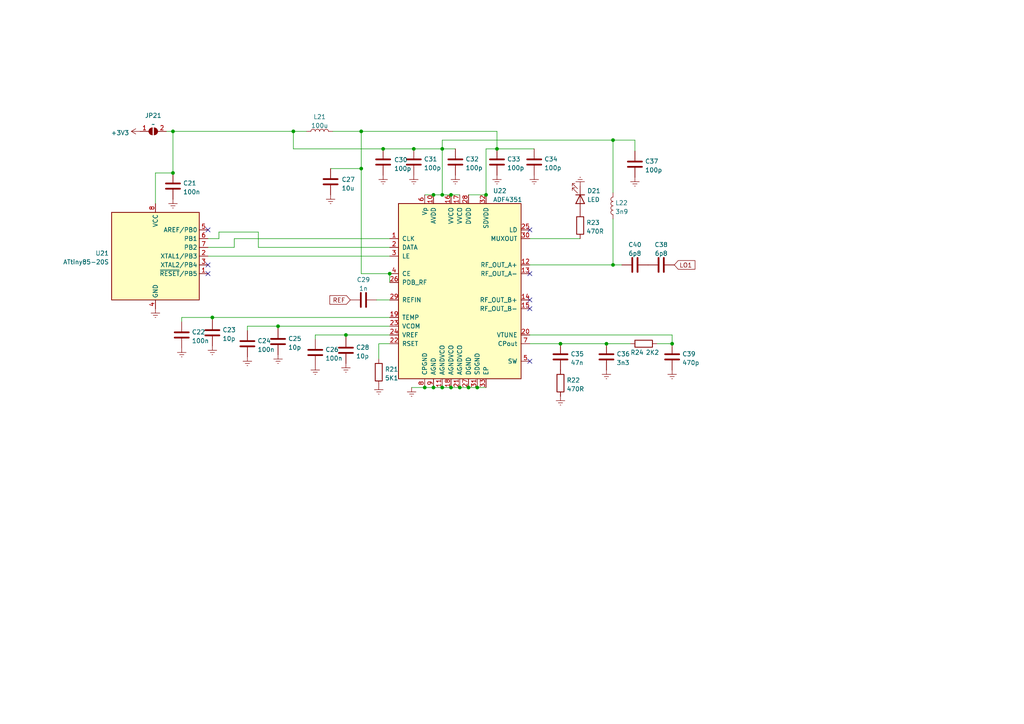
<source format=kicad_sch>
(kicad_sch (version 20211123) (generator eeschema)
  (paper "A4")
  (lib_symbols
    (symbol "Device:C" (pin_numbers hide) (pin_names (offset 0.254))
      (property "Reference" "C" (at 0.635 2.54 0))
      (property "Value" "C" (at 0.635 -2.54 0))
      (symbol "C_0_1"
        (polyline (pts (xy -2.032 -0.762) (xy 2.032 -0.762)) (stroke (width 0.508)))
        (polyline (pts (xy -2.032 0.762) (xy 2.032 0.762)) (stroke (width 0.508)))
      )
      (symbol "C_1_1"
        (pin passive line (at 0 3.81 270) (length 2.794) (name "~") (number "1"))
        (pin passive line (at 0 -3.81 90) (length 2.794) (name "~") (number "2"))
      )
    )
    (symbol "Device:L" (pin_numbers hide) (pin_names (offset 1.016) hide)
      (property "Reference" "L" (at -1.27 0 90))
      (property "Value" "L" (at 1.905 0 90))
      (symbol "L_0_1"
        (arc (start 0 -2.54) (mid 0.635 -1.905) (end 0 -1.27))
        (arc (start 0 -1.27) (mid 0.635 -0.635) (end 0 0))
        (arc (start 0 0) (mid 0.635 0.635) (end 0 1.27))
        (arc (start 0 1.27) (mid 0.635 1.905) (end 0 2.54))
      )
      (symbol "L_1_1"
        (pin passive line (at 0 3.81 270) (length 1.27) (name "1") (number "1"))
        (pin passive line (at 0 -3.81 90) (length 1.27) (name "2") (number "2"))
      )
    )
    (symbol "Device:LED" (pin_numbers hide) (pin_names (offset 1.016) hide)
      (property "Reference" "D" (at 0 2.54 0))
      (property "Value" "LED" (at 0 -2.54 0))
      (symbol "LED_0_1"
        (polyline (pts (xy -1.27 -1.27) (xy -1.27 1.27)) (stroke (width 0.254)))
        (polyline (pts (xy -1.27 0) (xy 1.27 0)))
        (polyline (pts (xy 1.27 -1.27) (xy 1.27 1.27) (xy -1.27 0) (xy 1.27 -1.27)) (stroke (width 0.254)))
        (polyline (pts (xy -3.048 -0.762) (xy -4.572 -2.286) (xy -3.81 -2.286) (xy -4.572 -2.286) (xy -4.572 -1.524)))
        (polyline (pts (xy -1.778 -0.762) (xy -3.302 -2.286) (xy -2.54 -2.286) (xy -3.302 -2.286) (xy -3.302 -1.524)))
      )
      (symbol "LED_1_1"
        (pin passive line (at -3.81 0 0) (length 2.54) (name "K") (number "1"))
        (pin passive line (at 3.81 0 180) (length 2.54) (name "A") (number "2"))
      )
    )
    (symbol "Device:R" (pin_numbers hide) (pin_names (offset 0))
      (property "Reference" "R" (at 2.032 0 90))
      (property "Value" "R" (at 0 0 90))
      (symbol "R_0_1"
        (rectangle (start -1.016 -2.54) (end 1.016 2.54) (stroke (width 0.254)))
      )
      (symbol "R_1_1"
        (pin passive line (at 0 3.81 270) (length 1.27) (name "~") (number "1"))
        (pin passive line (at 0 -3.81 90) (length 1.27) (name "~") (number "2"))
      )
    )
    (symbol "Jumper:SolderJumper_2_Open" (pin_names (offset 0) hide)
      (property "Reference" "JP" (at 0 2.032 0))
      (property "Value" "SolderJumper_2_Open" (at 0 -2.54 0))
      (symbol "SolderJumper_2_Open_0_1"
        (arc (start -0.254 1.016) (mid -1.27 0) (end -0.254 -1.016))
        (arc (start -0.254 1.016) (mid -1.27 0) (end -0.254 -1.016) (fill (type outline)))
        (polyline (pts (xy -0.254 1.016) (xy -0.254 -1.016)))
        (polyline (pts (xy 0.254 1.016) (xy 0.254 -1.016)))
        (arc (start 0.254 -1.016) (mid 1.27 0) (end 0.254 1.016))
        (arc (start 0.254 -1.016) (mid 1.27 0) (end 0.254 1.016) (fill (type outline)))
      )
      (symbol "SolderJumper_2_Open_1_1"
        (pin passive line (at -3.81 0 0) (length 2.54) (name "A") (number "1"))
        (pin passive line (at 3.81 0 180) (length 2.54) (name "B") (number "2"))
      )
    )
    (symbol "MCU_Microchip_ATtiny:ATtiny85-20S"
      (property "Reference" "U" (at -12.7 13.97 0))
      (property "Value" "ATtiny85-20S" (at 2.54 -13.97 0))
      (symbol "ATtiny85-20S_0_1"
        (rectangle (start -12.7 -12.7) (end 12.7 12.7) (stroke (width 0.254)) (fill (type background)))
      )
      (symbol "ATtiny85-20S_1_1"
        (pin bidirectional line (at 15.24 -5.08 180) (length 2.54) (name "~{RESET}/PB5") (number "1"))
        (pin bidirectional line (at 15.24 0 180) (length 2.54) (name "XTAL1/PB3") (number "2"))
        (pin bidirectional line (at 15.24 -2.54 180) (length 2.54) (name "XTAL2/PB4") (number "3"))
        (pin power_in line (at 0 -15.24 90) (length 2.54) (name "GND") (number "4"))
        (pin bidirectional line (at 15.24 7.62 180) (length 2.54) (name "AREF/PB0") (number "5"))
        (pin bidirectional line (at 15.24 5.08 180) (length 2.54) (name "PB1") (number "6"))
        (pin bidirectional line (at 15.24 2.54 180) (length 2.54) (name "PB2") (number "7"))
        (pin power_in line (at 0 15.24 270) (length 2.54) (name "VCC") (number "8"))
      )
    )
    (symbol "Timer_PLL:ADF4351" (pin_names (offset 1.016))
      (property "Reference" "U" (at 0 1.27 0))
      (property "Value" "ADF4351" (at 0 -1.27 0))
      (symbol "ADF4351_0_1"
        (rectangle (start 17.78 25.4) (end -17.78 -25.4) (stroke (width 0.254)) (fill (type background)))
      )
      (symbol "ADF4351_1_1"
        (pin input line (at -20.32 15.24 0) (length 2.54) (name "CLK") (number "1"))
        (pin power_in line (at -7.62 27.94 270) (length 2.54) (name "AVDD") (number "10"))
        (pin power_in line (at -5.08 -27.94 90) (length 2.54) (name "AGNDVCO") (number "11"))
        (pin output line (at 20.32 7.62 180) (length 2.54) (name "RF_OUT_A+") (number "12"))
        (pin output line (at 20.32 5.08 180) (length 2.54) (name "RF_OUT_A-") (number "13"))
        (pin output line (at 20.32 -2.54 180) (length 2.54) (name "RF_OUT_B+") (number "14"))
        (pin output line (at 20.32 -5.08 180) (length 2.54) (name "RF_OUT_B-") (number "15"))
        (pin power_in line (at -2.54 27.94 270) (length 2.54) (name "VVCO") (number "16"))
        (pin power_in line (at 0 27.94 270) (length 2.54) (name "VVCO") (number "17"))
        (pin power_in line (at -2.54 -27.94 90) (length 2.54) (name "AGNDVCO") (number "18"))
        (pin input line (at -20.32 -7.62 0) (length 2.54) (name "TEMP") (number "19"))
        (pin input line (at -20.32 12.7 0) (length 2.54) (name "DATA") (number "2"))
        (pin input line (at 20.32 -12.7 180) (length 2.54) (name "VTUNE") (number "20"))
        (pin power_in line (at 0 -27.94 90) (length 2.54) (name "AGNDVCO") (number "21"))
        (pin input line (at -20.32 -15.24 0) (length 2.54) (name "RSET") (number "22"))
        (pin input line (at -20.32 -10.16 0) (length 2.54) (name "VCOM") (number "23"))
        (pin input line (at -20.32 -12.7 0) (length 2.54) (name "VREF") (number "24"))
        (pin input line (at 20.32 17.78 180) (length 2.54) (name "LD") (number "25"))
        (pin input line (at -20.32 2.54 0) (length 2.54) (name "PDB_RF") (number "26"))
        (pin power_in line (at 2.54 -27.94 90) (length 2.54) (name "DGND") (number "27"))
        (pin power_in line (at 2.54 27.94 270) (length 2.54) (name "DVDD") (number "28"))
        (pin input line (at -20.32 -2.54 0) (length 2.54) (name "REFIN") (number "29"))
        (pin input line (at -20.32 10.16 0) (length 2.54) (name "LE") (number "3"))
        (pin output line (at 20.32 15.24 180) (length 2.54) (name "MUXOUT") (number "30"))
        (pin power_in line (at 5.08 -27.94 90) (length 2.54) (name "SDGND") (number "31"))
        (pin power_in line (at 7.62 27.94 270) (length 2.54) (name "SDVDD") (number "32"))
        (pin power_in line (at 7.62 -27.94 90) (length 2.54) (name "EP") (number "33"))
        (pin input line (at -20.32 5.08 0) (length 2.54) (name "CE") (number "4"))
        (pin input line (at 20.32 -20.32 180) (length 2.54) (name "SW") (number "5"))
        (pin power_in line (at -10.16 27.94 270) (length 2.54) (name "Vp") (number "6"))
        (pin input line (at 20.32 -15.24 180) (length 2.54) (name "CPout") (number "7"))
        (pin power_in line (at -10.16 -27.94 90) (length 2.54) (name "CPGND") (number "8"))
        (pin power_in line (at -7.62 -27.94 90) (length 2.54) (name "AGND") (number "9"))
      )
    )
    (symbol "power:+3.3V" (power) (pin_names (offset 0))
      (property "Value" "+3.3V" (at 0 3.556 0))
      (symbol "+3.3V_0_1"
        (polyline (pts (xy -0.762 1.27) (xy 0 2.54)))
        (polyline (pts (xy 0 0) (xy 0 2.54)))
        (polyline (pts (xy 0 2.54) (xy 0.762 1.27)))
      )
      (symbol "+3.3V_1_1"
        (pin power_in line (at 0 0 90) (length 0) hide (name "+3V3") (number "1"))
      )
    )
    (symbol "power:GNDREF" (power) (pin_names (offset 0))
      (property "Value" "GNDREF" (at 0 -3.81 0))
      (symbol "GNDREF_0_1"
        (polyline (pts (xy -0.635 -1.905) (xy 0.635 -1.905)))
        (polyline (pts (xy -0.127 -2.54) (xy 0.127 -2.54)))
        (polyline (pts (xy 0 -1.27) (xy 0 0)))
        (polyline (pts (xy 1.27 -1.27) (xy -1.27 -1.27)))
      )
      (symbol "GNDREF_1_1"
        (pin power_in line (at 0 0 270) (length 0) hide (name "GNDREF") (number "1"))
      )
    )
  )
  (junction (at 138.43 112.395))
  (junction (at 123.19 112.395))
  (junction (at 162.56 99.695))
  (junction (at 133.35 112.395))
  (junction (at 104.775 38.1))
  (junction (at 144.145 43.18))
  (junction (at 111.125 43.18))
  (junction (at 128.27 112.395))
  (junction (at 120.015 43.18))
  (junction (at 140.97 56.515))
  (junction (at 85.09 38.1))
  (junction (at 80.645 94.615))
  (junction (at 177.8 40.64))
  (junction (at 50.165 50.165))
  (junction (at 125.73 56.515))
  (junction (at 177.8 76.835))
  (junction (at 113.03 79.375))
  (junction (at 194.945 99.695))
  (junction (at 125.73 112.395))
  (junction (at 128.27 56.515))
  (junction (at 128.27 43.18))
  (junction (at 130.81 56.515))
  (junction (at 104.775 48.895))
  (junction (at 130.81 112.395))
  (junction (at 135.89 112.395))
  (junction (at 100.33 97.155))
  (junction (at 61.595 92.075))
  (junction (at 175.895 99.695))
  (junction (at 50.165 38.1))
  (no_connect (at 60.325 66.675))
  (no_connect (at 60.325 76.835))
  (no_connect (at 60.325 79.375))
  (no_connect (at 153.67 89.535))
  (no_connect (at 153.67 104.775))
  (no_connect (at 153.67 66.675))
  (no_connect (at 153.67 86.995))
  (no_connect (at 153.67 79.375))
  (wire (pts (xy 140.97 43.18) (xy 144.145 43.18)))
  (wire (pts (xy 138.43 112.395) (xy 140.97 112.395)))
  (wire (pts (xy 190.5 99.695) (xy 194.945 99.695)))
  (wire (pts (xy 130.81 112.395) (xy 133.35 112.395)))
  (wire (pts (xy 128.27 43.18) (xy 132.08 43.18)))
  (wire (pts (xy 67.945 71.755) (xy 60.325 71.755)))
  (wire (pts (xy 177.8 63.5) (xy 177.8 76.835)))
  (wire (pts (xy 194.945 97.155) (xy 194.945 99.695)))
  (wire (pts (xy 177.8 40.64) (xy 177.8 55.88)))
  (wire (pts (xy 109.22 86.995) (xy 113.03 86.995)))
  (wire (pts (xy 61.595 92.075) (xy 61.595 92.71)))
  (wire (pts (xy 67.945 69.215) (xy 67.945 71.755)))
  (wire (pts (xy 60.325 74.295) (xy 113.03 74.295)))
  (wire (pts (xy 125.73 112.395) (xy 128.27 112.395)))
  (wire (pts (xy 113.03 79.375) (xy 113.03 81.915)))
  (wire (pts (xy 85.09 38.1) (xy 88.9 38.1)))
  (wire (pts (xy 109.855 99.695) (xy 109.855 104.14)))
  (wire (pts (xy 175.895 99.695) (xy 182.88 99.695)))
  (wire (pts (xy 128.27 43.18) (xy 128.27 40.64)))
  (wire (pts (xy 184.15 40.64) (xy 184.15 43.815)))
  (wire (pts (xy 85.09 43.18) (xy 111.125 43.18)))
  (wire (pts (xy 153.67 99.695) (xy 162.56 99.695)))
  (wire (pts (xy 144.145 38.1) (xy 144.145 43.18)))
  (wire (pts (xy 91.44 98.425) (xy 91.44 97.155)))
  (wire (pts (xy 45.085 50.165) (xy 50.165 50.165)))
  (wire (pts (xy 128.27 56.515) (xy 128.27 43.18)))
  (wire (pts (xy 153.67 97.155) (xy 194.945 97.155)))
  (wire (pts (xy 144.145 43.18) (xy 154.94 43.18)))
  (wire (pts (xy 104.775 48.895) (xy 104.775 79.375)))
  (wire (pts (xy 80.645 94.615) (xy 80.645 95.25)))
  (wire (pts (xy 123.19 56.515) (xy 125.73 56.515)))
  (wire (pts (xy 74.93 67.31) (xy 63.5 67.31)))
  (wire (pts (xy 104.775 38.1) (xy 104.775 48.895)))
  (wire (pts (xy 153.67 76.835) (xy 177.8 76.835)))
  (wire (pts (xy 162.56 99.695) (xy 175.895 99.695)))
  (wire (pts (xy 104.775 38.1) (xy 144.145 38.1)))
  (wire (pts (xy 128.27 56.515) (xy 130.81 56.515)))
  (wire (pts (xy 135.89 112.395) (xy 138.43 112.395)))
  (wire (pts (xy 120.015 43.18) (xy 128.27 43.18)))
  (wire (pts (xy 52.705 93.345) (xy 52.705 92.075)))
  (wire (pts (xy 119.38 112.395) (xy 123.19 112.395)))
  (wire (pts (xy 177.8 76.835) (xy 180.34 76.835)))
  (wire (pts (xy 45.085 59.055) (xy 45.085 50.165)))
  (wire (pts (xy 113.03 71.755) (xy 74.93 71.755)))
  (wire (pts (xy 50.165 38.1) (xy 50.165 50.165)))
  (wire (pts (xy 63.5 67.31) (xy 63.5 69.215)))
  (wire (pts (xy 125.73 56.515) (xy 128.27 56.515)))
  (wire (pts (xy 133.35 112.395) (xy 135.89 112.395)))
  (wire (pts (xy 113.03 79.375) (xy 104.775 79.375)))
  (wire (pts (xy 113.03 99.695) (xy 109.855 99.695)))
  (wire (pts (xy 123.19 112.395) (xy 125.73 112.395)))
  (wire (pts (xy 100.33 97.155) (xy 100.33 97.79)))
  (wire (pts (xy 61.595 92.075) (xy 113.03 92.075)))
  (wire (pts (xy 135.89 56.515) (xy 140.97 56.515)))
  (wire (pts (xy 128.27 40.64) (xy 177.8 40.64)))
  (wire (pts (xy 48.26 38.1) (xy 50.165 38.1)))
  (wire (pts (xy 85.09 43.18) (xy 85.09 38.1)))
  (wire (pts (xy 52.705 92.075) (xy 61.595 92.075)))
  (wire (pts (xy 71.755 95.885) (xy 71.755 94.615)))
  (wire (pts (xy 96.52 38.1) (xy 104.775 38.1)))
  (wire (pts (xy 80.645 94.615) (xy 113.03 94.615)))
  (wire (pts (xy 113.03 69.215) (xy 67.945 69.215)))
  (wire (pts (xy 95.885 48.895) (xy 104.775 48.895)))
  (wire (pts (xy 111.125 43.18) (xy 120.015 43.18)))
  (wire (pts (xy 128.27 112.395) (xy 130.81 112.395)))
  (wire (pts (xy 74.93 71.755) (xy 74.93 67.31)))
  (wire (pts (xy 177.8 40.64) (xy 184.15 40.64)))
  (wire (pts (xy 71.755 94.615) (xy 80.645 94.615)))
  (wire (pts (xy 63.5 69.215) (xy 60.325 69.215)))
  (wire (pts (xy 140.97 56.515) (xy 140.97 43.18)))
  (wire (pts (xy 50.165 38.1) (xy 85.09 38.1)))
  (wire (pts (xy 100.33 97.155) (xy 113.03 97.155)))
  (wire (pts (xy 153.67 69.215) (xy 168.275 69.215)))
  (wire (pts (xy 91.44 97.155) (xy 100.33 97.155)))
  (wire (pts (xy 130.81 56.515) (xy 133.35 56.515)))
  (global_label "LO1" (shape input) (at 195.58 76.835 0) (property "Intersheet References" "${INTERSHEET_REFS}" (effects hide)))
  (global_label "REF" (shape input) (at 101.6 86.995 180) (property "Intersheet References" "${INTERSHEET_REFS}" (effects hide)))
  (symbol (lib_id "Device:C") (at 100.33 101.6 0) (unit 1)
    (property "Reference" "C28" (at 103.251 100.7653 0) (effects (justify left)))
    (property "Value" "10p" (at 103.251 103.3022 0) (effects (justify left)))
    (property "Footprint" "Capacitor_SMD:C_0603_1608Metric_Pad1.08x0.95mm_HandSolder" (effects hide))
  )
  (symbol (lib_id "Device:C") (at 132.08 46.99 0) (unit 1)
    (property "Reference" "C32" (at 135.001 46.1553 0) (effects (justify left)))
    (property "Value" "100p" (at 135.001 48.6922 0) (effects (justify left)))
    (property "Footprint" "Capacitor_SMD:C_0603_1608Metric_Pad1.08x0.95mm_HandSolder" (effects hide))
  )
  (symbol (lib_id "Device:C") (at 175.895 103.505 0) (unit 1)
    (property "Reference" "C36" (at 178.816 102.6703 0) (effects (justify left)))
    (property "Value" "3n3" (at 178.816 105.2072 0) (effects (justify left)))
    (property "Footprint" "Capacitor_SMD:C_0805_2012Metric_Pad1.18x1.45mm_HandSolder" (effects hide))
  )
  (symbol (lib_id "power:GNDREF") (at 71.755 103.505 0) (unit 1)
    (property "Reference" "#PWR040" (effects hide))
    (property "Value" "GNDREF" (effects hide))
  )
  (symbol (lib_id "Device:R") (at 186.69 99.695 90) (unit 1)
    (property "Reference" "R24" (at 184.785 102.235 90))
    (property "Value" "2K2" (at 189.23 102.235 90))
    (property "Footprint" "Resistor_SMD:R_0805_2012Metric_Pad1.20x1.40mm_HandSolder" (effects hide))
  )
  (symbol (lib_id "Device:C") (at 144.145 46.99 0) (unit 1)
    (property "Reference" "C33" (at 147.066 46.1553 0) (effects (justify left)))
    (property "Value" "100p" (at 147.066 48.6922 0) (effects (justify left)))
    (property "Footprint" "Capacitor_SMD:C_0603_1608Metric_Pad1.08x0.95mm_HandSolder" (effects hide))
  )
  (symbol (lib_id "Device:C") (at 191.77 76.835 90) (unit 1)
    (property "Reference" "C38" (at 191.77 70.9762 90))
    (property "Value" "6p8" (at 191.77 73.5131 90))
    (property "Footprint" "Capacitor_SMD:C_0805_2012Metric_Pad1.18x1.45mm_HandSolder" (effects hide))
  )
  (symbol (lib_id "Device:C") (at 71.755 99.695 0) (unit 1)
    (property "Reference" "C24" (at 74.676 98.8603 0) (effects (justify left)))
    (property "Value" "100n" (at 74.676 101.3972 0) (effects (justify left)))
    (property "Footprint" "Capacitor_SMD:C_0805_2012Metric_Pad1.18x1.45mm_HandSolder" (effects hide))
  )
  (symbol (lib_id "Device:C") (at 111.125 46.99 0) (unit 1)
    (property "Reference" "C30" (at 114.3 46.3581 0) (effects (justify left)))
    (property "Value" "100p" (at 114.3 48.895 0) (effects (justify left)))
    (property "Footprint" "Capacitor_SMD:C_0603_1608Metric_Pad1.08x0.95mm_HandSolder" (effects hide))
  )
  (symbol (lib_id "power:GNDREF") (at 194.945 107.315 0) (unit 1)
    (property "Reference" "#PWR056" (effects hide))
    (property "Value" "GNDREF" (effects hide))
  )
  (symbol (lib_id "power:GNDREF") (at 111.125 50.8 0) (unit 1)
    (property "Reference" "#PWR046" (effects hide))
    (property "Value" "GNDREF" (effects hide))
  )
  (symbol (lib_id "power:GNDREF") (at 162.56 114.935 0) (unit 1)
    (property "Reference" "#PWR052" (effects hide))
    (property "Value" "GNDREF" (effects hide))
  )
  (symbol (lib_id "Device:C") (at 194.945 103.505 0) (unit 1)
    (property "Reference" "C39" (at 197.866 102.6703 0) (effects (justify left)))
    (property "Value" "470p" (at 197.866 105.2072 0) (effects (justify left)))
    (property "Footprint" "Capacitor_SMD:C_0805_2012Metric_Pad1.18x1.45mm_HandSolder" (effects hide))
  )
  (symbol (lib_id "Device:R") (at 162.56 111.125 0) (unit 1)
    (property "Reference" "R22" (at 164.338 110.2903 0) (effects (justify left)))
    (property "Value" "470R" (at 164.338 112.8272 0) (effects (justify left)))
    (property "Footprint" "Resistor_SMD:R_0805_2012Metric_Pad1.20x1.40mm_HandSolder" (effects hide))
  )
  (symbol (lib_id "power:+3.3V") (at 40.64 38.1 90) (unit 1)
    (property "Reference" "#PWR021" (effects hide))
    (property "Value" "+3.3V" (at 37.465 38.5338 90) (effects (justify left)))
  )
  (symbol (lib_id "Device:L") (at 177.8 59.69 180) (unit 1)
    (property "Reference" "L22" (at 178.435 58.8553 0) (effects (justify right)))
    (property "Value" "3n9" (at 178.435 61.3922 0) (effects (justify right)))
    (property "Footprint" "Inductor_SMD:L_0805_2012Metric_Pad1.05x1.20mm_HandSolder" (effects hide))
  )
  (symbol (lib_id "power:GNDREF") (at 184.15 51.435 0) (unit 1)
    (property "Reference" "#PWR055" (effects hide))
    (property "Value" "GNDREF" (effects hide))
  )
  (symbol (lib_id "power:GNDREF") (at 120.015 50.8 0) (unit 1)
    (property "Reference" "#PWR048" (effects hide))
    (property "Value" "GNDREF" (effects hide))
  )
  (symbol (lib_id "power:GNDREF") (at 154.94 50.8 0) (unit 1)
    (property "Reference" "#PWR051" (effects hide))
    (property "Value" "GNDREF" (effects hide))
  )
  (symbol (lib_id "Device:C") (at 52.705 97.155 0) (unit 1)
    (property "Reference" "C22" (at 55.626 96.3203 0) (effects (justify left)))
    (property "Value" "100n" (at 55.626 98.8572 0) (effects (justify left)))
    (property "Footprint" "Capacitor_SMD:C_0805_2012Metric_Pad1.18x1.45mm_HandSolder" (effects hide))
  )
  (symbol (lib_id "Device:R") (at 109.855 107.95 0) (unit 1)
    (property "Reference" "R21" (at 111.633 107.1153 0) (effects (justify left)))
    (property "Value" "5K1" (at 111.633 109.6522 0) (effects (justify left)))
    (property "Footprint" "Resistor_SMD:R_0805_2012Metric_Pad1.20x1.40mm_HandSolder" (effects hide))
  )
  (symbol (lib_id "Device:R") (at 168.275 65.405 0) (unit 1)
    (property "Reference" "R23" (at 170.053 64.5703 0) (effects (justify left)))
    (property "Value" "470R" (at 170.053 67.1072 0) (effects (justify left)))
    (property "Footprint" "Resistor_SMD:R_0805_2012Metric_Pad1.20x1.40mm_HandSolder" (effects hide))
  )
  (symbol (lib_id "power:GNDREF") (at 109.855 111.76 0) (unit 1)
    (property "Reference" "#PWR045" (effects hide))
    (property "Value" "GNDREF" (effects hide))
  )
  (symbol (lib_id "Device:C") (at 105.41 86.995 90) (unit 1)
    (property "Reference" "C29" (at 105.41 81.1362 90))
    (property "Value" "1n" (at 105.41 83.6731 90))
    (property "Footprint" "Capacitor_SMD:C_0805_2012Metric_Pad1.18x1.45mm_HandSolder" (effects hide))
  )
  (symbol (lib_id "power:GNDREF") (at 50.165 57.785 0) (unit 1)
    (property "Reference" "#PWR037" (effects hide))
    (property "Value" "GNDREF" (effects hide))
  )
  (symbol (lib_id "Timer_PLL:ADF4351") (at 133.35 84.455 0) (unit 1)
    (property "Reference" "U22" (at 142.9894 55.3552 0) (effects (justify left)))
    (property "Value" "ADF4351" (at 142.9894 57.8921 0) (effects (justify left)))
    (property "Footprint" "Package_CSP:LFCSP-32-1EP_5x5mm_P0.5mm_EP3.6x3.6mm_ThermalVias" (effects hide))
    (property "Datasheet" "https://www.analog.com/media/en/technical-documentation/data-sheets/ADF4351.pdf" (effects hide))
  )
  (symbol (lib_id "Device:C") (at 91.44 102.235 0) (unit 1)
    (property "Reference" "C26" (at 94.361 101.4003 0) (effects (justify left)))
    (property "Value" "100n" (at 94.361 103.9372 0) (effects (justify left)))
    (property "Footprint" "Capacitor_SMD:C_0805_2012Metric_Pad1.18x1.45mm_HandSolder" (effects hide))
  )
  (symbol (lib_id "Device:C") (at 120.015 46.99 0) (unit 1)
    (property "Reference" "C31" (at 122.936 46.1553 0) (effects (justify left)))
    (property "Value" "100p" (at 122.936 48.6922 0) (effects (justify left)))
    (property "Footprint" "Capacitor_SMD:C_0603_1608Metric_Pad1.08x0.95mm_HandSolder" (effects hide))
  )
  (symbol (lib_id "Device:C") (at 61.595 96.52 0) (unit 1)
    (property "Reference" "C23" (at 64.516 95.6853 0) (effects (justify left)))
    (property "Value" "10p" (at 64.516 98.2222 0) (effects (justify left)))
    (property "Footprint" "Capacitor_SMD:C_0603_1608Metric_Pad1.08x0.95mm_HandSolder" (effects hide))
  )
  (symbol (lib_id "Device:L") (at 92.71 38.1 90) (unit 1)
    (property "Reference" "L21" (at 92.71 33.8922 90))
    (property "Value" "100u" (at 92.71 36.4291 90))
    (property "Footprint" "Inductor_SMD:L_0805_2012Metric_Pad1.05x1.20mm_HandSolder" (effects hide))
  )
  (symbol (lib_id "power:GNDREF") (at 168.275 53.975 180) (unit 1)
    (property "Reference" "#PWR053" (effects hide))
    (property "Value" "GNDREF" (effects hide))
  )
  (symbol (lib_id "power:GNDREF") (at 119.38 112.395 0) (unit 1)
    (property "Reference" "#PWR047" (effects hide))
    (property "Value" "GNDREF" (effects hide))
  )
  (symbol (lib_id "Jumper:SolderJumper_2_Open") (at 44.45 38.1 0) (unit 1)
    (property "Reference" "JP21" (at 44.45 33.5112 0))
    (property "Value" "~" (at 44.45 36.0481 0))
    (property "Footprint" "Jumper:SolderJumper-2_P1.3mm_Open_RoundedPad1.0x1.5mm" (effects hide))
  )
  (symbol (lib_id "Device:C") (at 80.645 99.06 0) (unit 1)
    (property "Reference" "C25" (at 83.566 98.2253 0) (effects (justify left)))
    (property "Value" "10p" (at 83.566 100.7622 0) (effects (justify left)))
    (property "Footprint" "Capacitor_SMD:C_0603_1608Metric_Pad1.08x0.95mm_HandSolder" (effects hide))
  )
  (symbol (lib_id "power:GNDREF") (at 132.08 50.8 0) (unit 1)
    (property "Reference" "#PWR049" (effects hide))
    (property "Value" "GNDREF" (effects hide))
  )
  (symbol (lib_id "Device:C") (at 162.56 103.505 0) (unit 1)
    (property "Reference" "C35" (at 165.481 102.6703 0) (effects (justify left)))
    (property "Value" "47n" (at 165.481 105.2072 0) (effects (justify left)))
    (property "Footprint" "Capacitor_SMD:C_0805_2012Metric_Pad1.18x1.45mm_HandSolder" (effects hide))
  )
  (symbol (lib_id "power:GNDREF") (at 45.085 89.535 0) (unit 1)
    (property "Reference" "#PWR036" (effects hide))
    (property "Value" "GNDREF" (effects hide))
  )
  (symbol (lib_id "power:GNDREF") (at 91.44 106.045 0) (unit 1)
    (property "Reference" "#PWR042" (effects hide))
    (property "Value" "GNDREF" (effects hide))
  )
  (symbol (lib_id "power:GNDREF") (at 52.705 100.965 0) (unit 1)
    (property "Reference" "#PWR038" (effects hide))
    (property "Value" "GNDREF" (effects hide))
  )
  (symbol (lib_id "Device:C") (at 184.15 47.625 0) (unit 1)
    (property "Reference" "C37" (at 187.071 46.7903 0) (effects (justify left)))
    (property "Value" "100p" (at 187.071 49.3272 0) (effects (justify left)))
    (property "Footprint" "Capacitor_SMD:C_0805_2012Metric_Pad1.18x1.45mm_HandSolder" (effects hide))
  )
  (symbol (lib_id "power:GNDREF") (at 80.645 102.87 0) (unit 1)
    (property "Reference" "#PWR041" (effects hide))
    (property "Value" "GNDREF" (effects hide))
  )
  (symbol (lib_id "Device:C") (at 154.94 46.99 0) (unit 1)
    (property "Reference" "C34" (at 157.861 46.1553 0) (effects (justify left)))
    (property "Value" "100p" (at 157.861 48.6922 0) (effects (justify left)))
    (property "Footprint" "Capacitor_SMD:C_0603_1608Metric_Pad1.08x0.95mm_HandSolder" (effects hide))
  )
  (symbol (lib_id "power:GNDREF") (at 175.895 107.315 0) (unit 1)
    (property "Reference" "#PWR054" (effects hide))
    (property "Value" "GNDREF" (effects hide))
  )
  (symbol (lib_id "MCU_Microchip_ATtiny:ATtiny85-20S") (at 45.085 74.295 0) (unit 1)
    (property "Reference" "U21" (at 31.6231 73.4603 0) (effects (justify right)))
    (property "Value" "ATtiny85-20S" (at 31.6231 75.9972 0) (effects (justify right)))
    (property "Footprint" "Package_SO:SOIC-8W_5.3x5.3mm_P1.27mm" (effects hide))
    (property "Datasheet" "http://ww1.microchip.com/downloads/en/DeviceDoc/atmel-2586-avr-8-bit-microcontroller-attiny25-attiny45-attiny85_datasheet.pdf" (effects hide))
  )
  (symbol (lib_id "Device:C") (at 50.165 53.975 0) (unit 1)
    (property "Reference" "C21" (at 53.086 53.1403 0) (effects (justify left)))
    (property "Value" "100n" (at 53.086 55.6772 0) (effects (justify left)))
    (property "Footprint" "Capacitor_SMD:C_0805_2012Metric_Pad1.18x1.45mm_HandSolder" (effects hide))
  )
  (symbol (lib_id "power:GNDREF") (at 95.885 56.515 0) (unit 1)
    (property "Reference" "#PWR043" (effects hide))
    (property "Value" "GNDREF" (effects hide))
  )
  (symbol (lib_id "Device:LED") (at 168.275 57.785 270) (unit 1)
    (property "Reference" "D21" (at 170.307 55.3628 90) (effects (justify left)))
    (property "Value" "LED" (at 170.307 57.8997 90) (effects (justify left)))
    (property "Footprint" "LED_SMD:LED_0805_2012Metric_Pad1.15x1.40mm_HandSolder" (effects hide))
  )
  (symbol (lib_id "Device:C") (at 95.885 52.705 0) (unit 1)
    (property "Reference" "C27" (at 99.06 52.0731 0) (effects (justify left)))
    (property "Value" "10u" (at 99.06 54.61 0) (effects (justify left)))
    (property "Footprint" "Capacitor_SMD:C_0805_2012Metric_Pad1.18x1.45mm_HandSolder" (effects hide))
  )
  (symbol (lib_id "Device:C") (at 184.15 76.835 90) (unit 1)
    (property "Reference" "C40" (at 184.15 70.9762 90))
    (property "Value" "6p8" (at 184.15 73.5131 90))
    (property "Footprint" "Capacitor_SMD:C_0805_2012Metric_Pad1.18x1.45mm_HandSolder" (effects hide))
  )
  (symbol (lib_id "power:GNDREF") (at 61.595 100.33 0) (unit 1)
    (property "Reference" "#PWR039" (effects hide))
    (property "Value" "GNDREF" (effects hide))
  )
  (symbol (lib_id "power:GNDREF") (at 100.33 105.41 0) (unit 1)
    (property "Reference" "#PWR044" (effects hide))
    (property "Value" "GNDREF" (effects hide))
  )
  (symbol (lib_id "power:GNDREF") (at 144.145 50.8 0) (unit 1)
    (property "Reference" "#PWR050" (effects hide))
    (property "Value" "GNDREF" (effects hide))
  )
)
</source>
